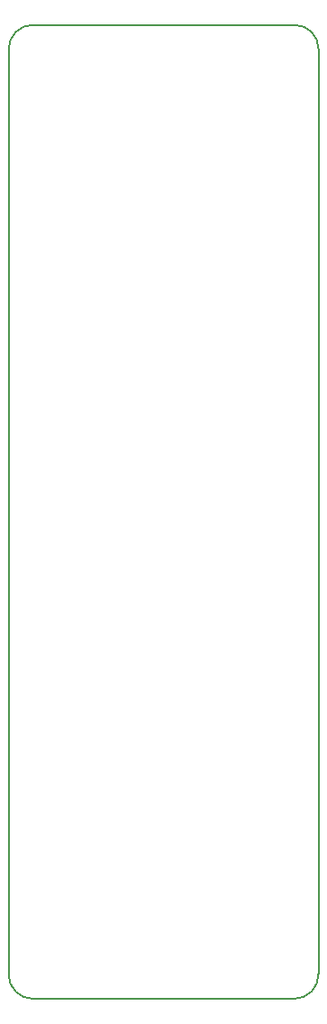
<source format=gbr>
G04 #@! TF.GenerationSoftware,KiCad,Pcbnew,(5.0.1-3-g963ef8bb5)*
G04 #@! TF.CreationDate,2020-07-04T09:07:15+03:00*
G04 #@! TF.ProjectId,sagitta-shield,736167697474612D736869656C642E6B,rev?*
G04 #@! TF.SameCoordinates,Original*
G04 #@! TF.FileFunction,Profile,NP*
%FSLAX46Y46*%
G04 Gerber Fmt 4.6, Leading zero omitted, Abs format (unit mm)*
G04 Created by KiCad (PCBNEW (5.0.1-3-g963ef8bb5)) date 2020 July 04, Saturday 09:07:15*
%MOMM*%
%LPD*%
G01*
G04 APERTURE LIST*
%ADD10C,0.150000*%
G04 APERTURE END LIST*
D10*
X115316000Y-151765000D02*
G75*
G02X113030000Y-149479000I0J2286000D01*
G01*
X142236480Y-149352196D02*
G75*
G02X139954000Y-151765000I-2282480J-126804D01*
G01*
X139954000Y-60198000D02*
G75*
G02X142240000Y-62484000I0J-2286000D01*
G01*
X113030000Y-62484000D02*
G75*
G02X115316000Y-60198000I2286000J0D01*
G01*
X113030000Y-149479000D02*
X113030000Y-62484000D01*
X139954000Y-151765000D02*
X115316000Y-151765000D01*
X142240000Y-62484000D02*
X142236480Y-149352196D01*
X115316000Y-60198000D02*
X139954000Y-60198000D01*
M02*

</source>
